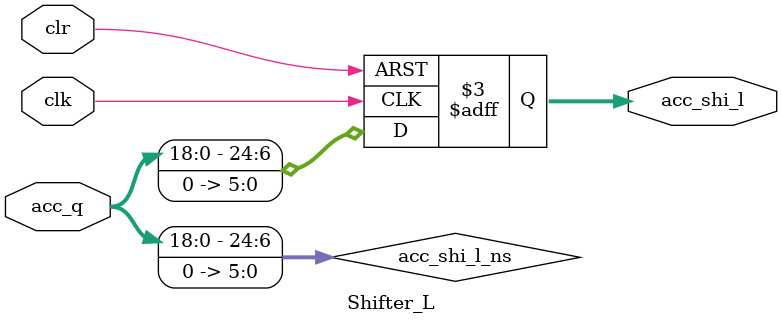
<source format=v>
module Shifter_L (clk, clr, acc_q, acc_shi_l);

parameter bit_addr_shi = 19, bit_chip = 6;

input wire clk, clr;
input wire [bit_addr_shi-1:0] acc_q;
output reg [bit_addr_shi-1+bit_chip:0] acc_shi_l;
reg [bit_addr_shi-1+bit_chip:0] acc_shi_l_ns;

always @(posedge clk or posedge clr) begin
	if (clr) begin
		acc_shi_l <= 0;
	end
	else begin
		acc_shi_l <= acc_shi_l_ns;
	end
end

always @(*) begin
	acc_shi_l_ns[bit_chip-1:0] <= 0;
	acc_shi_l_ns[bit_addr_shi-1+bit_chip:bit_chip] <= acc_q;
end
endmodule
</source>
